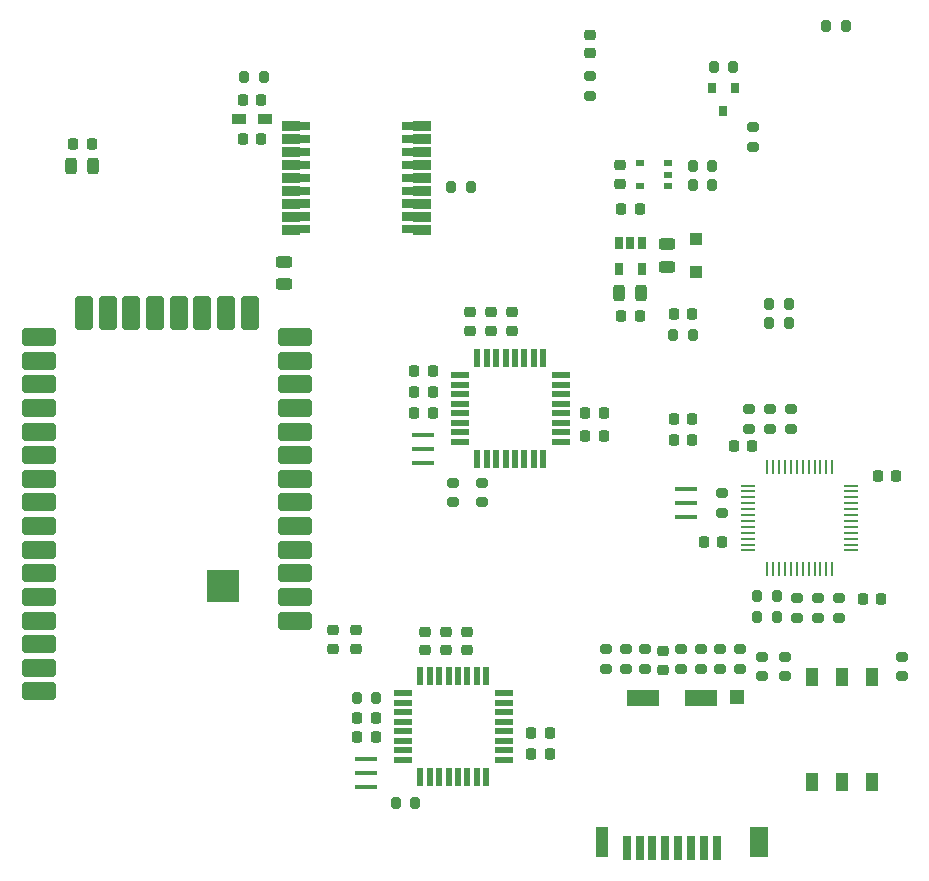
<source format=gbr>
G04 #@! TF.GenerationSoftware,KiCad,Pcbnew,(6.0.7)*
G04 #@! TF.CreationDate,2022-09-05T18:06:52-05:00*
G04 #@! TF.ProjectId,control_pcb,636f6e74-726f-46c5-9f70-63622e6b6963,3.1*
G04 #@! TF.SameCoordinates,Original*
G04 #@! TF.FileFunction,Paste,Top*
G04 #@! TF.FilePolarity,Positive*
%FSLAX46Y46*%
G04 Gerber Fmt 4.6, Leading zero omitted, Abs format (unit mm)*
G04 Created by KiCad (PCBNEW (6.0.7)) date 2022-09-05 18:06:52*
%MOMM*%
%LPD*%
G01*
G04 APERTURE LIST*
G04 Aperture macros list*
%AMRoundRect*
0 Rectangle with rounded corners*
0 $1 Rounding radius*
0 $2 $3 $4 $5 $6 $7 $8 $9 X,Y pos of 4 corners*
0 Add a 4 corners polygon primitive as box body*
4,1,4,$2,$3,$4,$5,$6,$7,$8,$9,$2,$3,0*
0 Add four circle primitives for the rounded corners*
1,1,$1+$1,$2,$3*
1,1,$1+$1,$4,$5*
1,1,$1+$1,$6,$7*
1,1,$1+$1,$8,$9*
0 Add four rect primitives between the rounded corners*
20,1,$1+$1,$2,$3,$4,$5,0*
20,1,$1+$1,$4,$5,$6,$7,0*
20,1,$1+$1,$6,$7,$8,$9,0*
20,1,$1+$1,$8,$9,$2,$3,0*%
G04 Aperture macros list end*
%ADD10C,0.000100*%
%ADD11R,0.250000X1.300000*%
%ADD12R,1.300000X0.250000*%
%ADD13R,0.700000X2.000000*%
%ADD14R,1.000000X2.600000*%
%ADD15R,1.500000X2.600000*%
%ADD16R,2.700000X1.400000*%
%ADD17R,1.200000X1.200000*%
%ADD18RoundRect,0.225000X0.250000X-0.225000X0.250000X0.225000X-0.250000X0.225000X-0.250000X-0.225000X0*%
%ADD19RoundRect,0.200000X0.275000X-0.200000X0.275000X0.200000X-0.275000X0.200000X-0.275000X-0.200000X0*%
%ADD20RoundRect,0.200000X-0.275000X0.200000X-0.275000X-0.200000X0.275000X-0.200000X0.275000X0.200000X0*%
%ADD21RoundRect,0.225000X0.225000X0.250000X-0.225000X0.250000X-0.225000X-0.250000X0.225000X-0.250000X0*%
%ADD22R,1.200000X0.900000*%
%ADD23R,0.800000X0.550000*%
%ADD24R,1.800000X0.700000*%
%ADD25R,1.800000X0.800000*%
%ADD26R,1.100000X1.500000*%
%ADD27R,0.800000X0.900000*%
%ADD28RoundRect,0.218750X0.218750X0.256250X-0.218750X0.256250X-0.218750X-0.256250X0.218750X-0.256250X0*%
%ADD29RoundRect,0.218750X-0.218750X-0.256250X0.218750X-0.256250X0.218750X0.256250X-0.218750X0.256250X0*%
%ADD30RoundRect,0.243750X-0.456250X0.243750X-0.456250X-0.243750X0.456250X-0.243750X0.456250X0.243750X0*%
%ADD31RoundRect,0.243750X0.243750X0.456250X-0.243750X0.456250X-0.243750X-0.456250X0.243750X-0.456250X0*%
%ADD32R,1.100000X1.100000*%
%ADD33RoundRect,0.200000X-0.200000X-0.275000X0.200000X-0.275000X0.200000X0.275000X-0.200000X0.275000X0*%
%ADD34RoundRect,0.218750X-0.256250X0.218750X-0.256250X-0.218750X0.256250X-0.218750X0.256250X0.218750X0*%
%ADD35R,1.600000X0.550000*%
%ADD36R,0.550000X1.600000*%
%ADD37R,0.650000X1.060000*%
%ADD38R,1.900000X0.400000*%
%ADD39RoundRect,0.225000X-0.225000X-0.250000X0.225000X-0.250000X0.225000X0.250000X-0.225000X0.250000X0*%
%ADD40RoundRect,0.225000X-0.250000X0.225000X-0.250000X-0.225000X0.250000X-0.225000X0.250000X0.225000X0*%
%ADD41RoundRect,0.200000X0.200000X0.275000X-0.200000X0.275000X-0.200000X-0.275000X0.200000X-0.275000X0*%
%ADD42RoundRect,0.152000X1.248000X0.608000X-1.248000X0.608000X-1.248000X-0.608000X1.248000X-0.608000X0*%
%ADD43RoundRect,0.152000X0.608000X1.248000X-0.608000X1.248000X-0.608000X-1.248000X0.608000X-1.248000X0*%
%ADD44RoundRect,0.279000X1.116000X1.116000X-1.116000X1.116000X-1.116000X-1.116000X1.116000X-1.116000X0*%
G04 APERTURE END LIST*
G36*
X98274000Y-108761000D02*
G01*
X99174000Y-108761000D01*
X99174000Y-109261000D01*
X98274000Y-109261000D01*
X98274000Y-109361000D01*
X96874000Y-109361000D01*
X96874000Y-108661000D01*
X98274000Y-108661000D01*
X98274000Y-108761000D01*
G37*
D10*
X98274000Y-108761000D02*
X99174000Y-108761000D01*
X99174000Y-109261000D01*
X98274000Y-109261000D01*
X98274000Y-109361000D01*
X96874000Y-109361000D01*
X96874000Y-108661000D01*
X98274000Y-108661000D01*
X98274000Y-108761000D01*
G36*
X98274000Y-109811000D02*
G01*
X99174000Y-109811000D01*
X99174000Y-110411000D01*
X98274000Y-110411000D01*
X98274000Y-110511000D01*
X96874000Y-110511000D01*
X96874000Y-109711000D01*
X98274000Y-109711000D01*
X98274000Y-109811000D01*
G37*
X98274000Y-109811000D02*
X99174000Y-109811000D01*
X99174000Y-110411000D01*
X98274000Y-110411000D01*
X98274000Y-110511000D01*
X96874000Y-110511000D01*
X96874000Y-109711000D01*
X98274000Y-109711000D01*
X98274000Y-109811000D01*
G36*
X98274000Y-110911000D02*
G01*
X99174000Y-110911000D01*
X99174000Y-111511000D01*
X98274000Y-111511000D01*
X98274000Y-111611000D01*
X96874000Y-111611000D01*
X96874000Y-110811000D01*
X98274000Y-110811000D01*
X98274000Y-110911000D01*
G37*
X98274000Y-110911000D02*
X99174000Y-110911000D01*
X99174000Y-111511000D01*
X98274000Y-111511000D01*
X98274000Y-111611000D01*
X96874000Y-111611000D01*
X96874000Y-110811000D01*
X98274000Y-110811000D01*
X98274000Y-110911000D01*
G36*
X98274000Y-112011000D02*
G01*
X99174000Y-112011000D01*
X99174000Y-112611000D01*
X98274000Y-112611000D01*
X98274000Y-112711000D01*
X96874000Y-112711000D01*
X96874000Y-111911000D01*
X98274000Y-111911000D01*
X98274000Y-112011000D01*
G37*
X98274000Y-112011000D02*
X99174000Y-112011000D01*
X99174000Y-112611000D01*
X98274000Y-112611000D01*
X98274000Y-112711000D01*
X96874000Y-112711000D01*
X96874000Y-111911000D01*
X98274000Y-111911000D01*
X98274000Y-112011000D01*
G36*
X98274000Y-113111000D02*
G01*
X99174000Y-113111000D01*
X99174000Y-113711000D01*
X98274000Y-113711000D01*
X98274000Y-113811000D01*
X96874000Y-113811000D01*
X96874000Y-113011000D01*
X98274000Y-113011000D01*
X98274000Y-113111000D01*
G37*
X98274000Y-113111000D02*
X99174000Y-113111000D01*
X99174000Y-113711000D01*
X98274000Y-113711000D01*
X98274000Y-113811000D01*
X96874000Y-113811000D01*
X96874000Y-113011000D01*
X98274000Y-113011000D01*
X98274000Y-113111000D01*
G36*
X98274000Y-114211000D02*
G01*
X99174000Y-114211000D01*
X99174000Y-114811000D01*
X98274000Y-114811000D01*
X98274000Y-114911000D01*
X96874000Y-114911000D01*
X96874000Y-114111000D01*
X98274000Y-114111000D01*
X98274000Y-114211000D01*
G37*
X98274000Y-114211000D02*
X99174000Y-114211000D01*
X99174000Y-114811000D01*
X98274000Y-114811000D01*
X98274000Y-114911000D01*
X96874000Y-114911000D01*
X96874000Y-114111000D01*
X98274000Y-114111000D01*
X98274000Y-114211000D01*
G36*
X98274000Y-115311000D02*
G01*
X99174000Y-115311000D01*
X99174000Y-115911000D01*
X98274000Y-115911000D01*
X98274000Y-116011000D01*
X96874000Y-116011000D01*
X96874000Y-115211000D01*
X98274000Y-115211000D01*
X98274000Y-115311000D01*
G37*
X98274000Y-115311000D02*
X99174000Y-115311000D01*
X99174000Y-115911000D01*
X98274000Y-115911000D01*
X98274000Y-116011000D01*
X96874000Y-116011000D01*
X96874000Y-115211000D01*
X98274000Y-115211000D01*
X98274000Y-115311000D01*
G36*
X98274000Y-116411000D02*
G01*
X99174000Y-116411000D01*
X99174000Y-117011000D01*
X98274000Y-117011000D01*
X98274000Y-117111000D01*
X96874000Y-117111000D01*
X96874000Y-116311000D01*
X98274000Y-116311000D01*
X98274000Y-116411000D01*
G37*
X98274000Y-116411000D02*
X99174000Y-116411000D01*
X99174000Y-117011000D01*
X98274000Y-117011000D01*
X98274000Y-117111000D01*
X96874000Y-117111000D01*
X96874000Y-116311000D01*
X98274000Y-116311000D01*
X98274000Y-116411000D01*
G36*
X98274000Y-117561000D02*
G01*
X99174000Y-117561000D01*
X99174000Y-118061000D01*
X98274000Y-118061000D01*
X98274000Y-118161000D01*
X96874000Y-118161000D01*
X96874000Y-117461000D01*
X98274000Y-117461000D01*
X98274000Y-117561000D01*
G37*
X98274000Y-117561000D02*
X99174000Y-117561000D01*
X99174000Y-118061000D01*
X98274000Y-118061000D01*
X98274000Y-118161000D01*
X96874000Y-118161000D01*
X96874000Y-117461000D01*
X98274000Y-117461000D01*
X98274000Y-117561000D01*
G36*
X109374000Y-118161000D02*
G01*
X107974000Y-118161000D01*
X107974000Y-118061000D01*
X107074000Y-118061000D01*
X107074000Y-117561000D01*
X107974000Y-117561000D01*
X107974000Y-117461000D01*
X109374000Y-117461000D01*
X109374000Y-118161000D01*
G37*
X109374000Y-118161000D02*
X107974000Y-118161000D01*
X107974000Y-118061000D01*
X107074000Y-118061000D01*
X107074000Y-117561000D01*
X107974000Y-117561000D01*
X107974000Y-117461000D01*
X109374000Y-117461000D01*
X109374000Y-118161000D01*
G36*
X109374000Y-117111000D02*
G01*
X107974000Y-117111000D01*
X107974000Y-117011000D01*
X107074000Y-117011000D01*
X107074000Y-116411000D01*
X107974000Y-116411000D01*
X107974000Y-116311000D01*
X109374000Y-116311000D01*
X109374000Y-117111000D01*
G37*
X109374000Y-117111000D02*
X107974000Y-117111000D01*
X107974000Y-117011000D01*
X107074000Y-117011000D01*
X107074000Y-116411000D01*
X107974000Y-116411000D01*
X107974000Y-116311000D01*
X109374000Y-116311000D01*
X109374000Y-117111000D01*
G36*
X109374000Y-116011000D02*
G01*
X107974000Y-116011000D01*
X107974000Y-115911000D01*
X107074000Y-115911000D01*
X107074000Y-115311000D01*
X107974000Y-115311000D01*
X107974000Y-115211000D01*
X109374000Y-115211000D01*
X109374000Y-116011000D01*
G37*
X109374000Y-116011000D02*
X107974000Y-116011000D01*
X107974000Y-115911000D01*
X107074000Y-115911000D01*
X107074000Y-115311000D01*
X107974000Y-115311000D01*
X107974000Y-115211000D01*
X109374000Y-115211000D01*
X109374000Y-116011000D01*
G36*
X109374000Y-114911000D02*
G01*
X107974000Y-114911000D01*
X107974000Y-114811000D01*
X107074000Y-114811000D01*
X107074000Y-114211000D01*
X107974000Y-114211000D01*
X107974000Y-114111000D01*
X109374000Y-114111000D01*
X109374000Y-114911000D01*
G37*
X109374000Y-114911000D02*
X107974000Y-114911000D01*
X107974000Y-114811000D01*
X107074000Y-114811000D01*
X107074000Y-114211000D01*
X107974000Y-114211000D01*
X107974000Y-114111000D01*
X109374000Y-114111000D01*
X109374000Y-114911000D01*
G36*
X109374000Y-113811000D02*
G01*
X107974000Y-113811000D01*
X107974000Y-113711000D01*
X107074000Y-113711000D01*
X107074000Y-113111000D01*
X107974000Y-113111000D01*
X107974000Y-113011000D01*
X109374000Y-113011000D01*
X109374000Y-113811000D01*
G37*
X109374000Y-113811000D02*
X107974000Y-113811000D01*
X107974000Y-113711000D01*
X107074000Y-113711000D01*
X107074000Y-113111000D01*
X107974000Y-113111000D01*
X107974000Y-113011000D01*
X109374000Y-113011000D01*
X109374000Y-113811000D01*
G36*
X109374000Y-112711000D02*
G01*
X107974000Y-112711000D01*
X107974000Y-112611000D01*
X107074000Y-112611000D01*
X107074000Y-112011000D01*
X107974000Y-112011000D01*
X107974000Y-111911000D01*
X109374000Y-111911000D01*
X109374000Y-112711000D01*
G37*
X109374000Y-112711000D02*
X107974000Y-112711000D01*
X107974000Y-112611000D01*
X107074000Y-112611000D01*
X107074000Y-112011000D01*
X107974000Y-112011000D01*
X107974000Y-111911000D01*
X109374000Y-111911000D01*
X109374000Y-112711000D01*
G36*
X109374000Y-111611000D02*
G01*
X107974000Y-111611000D01*
X107974000Y-111511000D01*
X107074000Y-111511000D01*
X107074000Y-110911000D01*
X107974000Y-110911000D01*
X107974000Y-110811000D01*
X109374000Y-110811000D01*
X109374000Y-111611000D01*
G37*
X109374000Y-111611000D02*
X107974000Y-111611000D01*
X107974000Y-111511000D01*
X107074000Y-111511000D01*
X107074000Y-110911000D01*
X107974000Y-110911000D01*
X107974000Y-110811000D01*
X109374000Y-110811000D01*
X109374000Y-111611000D01*
G36*
X109374000Y-110511000D02*
G01*
X107974000Y-110511000D01*
X107974000Y-110411000D01*
X107074000Y-110411000D01*
X107074000Y-109811000D01*
X107974000Y-109811000D01*
X107974000Y-109711000D01*
X109374000Y-109711000D01*
X109374000Y-110511000D01*
G37*
X109374000Y-110511000D02*
X107974000Y-110511000D01*
X107974000Y-110411000D01*
X107074000Y-110411000D01*
X107074000Y-109811000D01*
X107974000Y-109811000D01*
X107974000Y-109711000D01*
X109374000Y-109711000D01*
X109374000Y-110511000D01*
G36*
X109374000Y-109361000D02*
G01*
X107974000Y-109361000D01*
X107974000Y-109261000D01*
X107074000Y-109261000D01*
X107074000Y-108761000D01*
X107974000Y-108761000D01*
X107974000Y-108661000D01*
X109374000Y-108661000D01*
X109374000Y-109361000D01*
G37*
X109374000Y-109361000D02*
X107974000Y-109361000D01*
X107974000Y-109261000D01*
X107074000Y-109261000D01*
X107074000Y-108761000D01*
X107974000Y-108761000D01*
X107974000Y-108661000D01*
X109374000Y-108661000D01*
X109374000Y-109361000D01*
D11*
X137966000Y-137890000D03*
X138466000Y-137890000D03*
X138966000Y-137890000D03*
X139466000Y-137890000D03*
X139966000Y-137890000D03*
X140466000Y-137890000D03*
X140966000Y-137890000D03*
X141466000Y-137890000D03*
X141966000Y-137890000D03*
X142466000Y-137890000D03*
X142966000Y-137890000D03*
X143466000Y-137890000D03*
D12*
X145066000Y-139490000D03*
X145066000Y-139990000D03*
X145066000Y-140490000D03*
X145066000Y-140990000D03*
X145066000Y-141490000D03*
X145066000Y-141990000D03*
X145066000Y-142490000D03*
X145066000Y-142990000D03*
X145066000Y-143490000D03*
X145066000Y-143990000D03*
X145066000Y-144490000D03*
X145066000Y-144990000D03*
D11*
X143466000Y-146590000D03*
X142966000Y-146590000D03*
X142466000Y-146590000D03*
X141966000Y-146590000D03*
X141466000Y-146590000D03*
X140966000Y-146590000D03*
X140466000Y-146590000D03*
X139966000Y-146590000D03*
X139466000Y-146590000D03*
X138966000Y-146590000D03*
X138466000Y-146590000D03*
X137966000Y-146590000D03*
D12*
X136366000Y-144990000D03*
X136366000Y-144490000D03*
X136366000Y-143990000D03*
X136366000Y-143490000D03*
X136366000Y-142990000D03*
X136366000Y-142490000D03*
X136366000Y-141990000D03*
X136366000Y-141490000D03*
X136366000Y-140990000D03*
X136366000Y-140490000D03*
X136366000Y-139990000D03*
X136366000Y-139490000D03*
D13*
X126042001Y-170195001D03*
X127142001Y-170195001D03*
X128242001Y-170195001D03*
X129342001Y-170195001D03*
X130442001Y-170195001D03*
X131542001Y-170195001D03*
X132642001Y-170195001D03*
X133742001Y-170195001D03*
D14*
X123942001Y-169695001D03*
D15*
X137292001Y-169695001D03*
D16*
X132342001Y-157495001D03*
X127442001Y-157495001D03*
D17*
X135392001Y-157395001D03*
D18*
X129159000Y-155080000D03*
X129159000Y-153530000D03*
D19*
X124333000Y-153353000D03*
X124333000Y-155003000D03*
X127635000Y-153353000D03*
X127635000Y-155003000D03*
X130683000Y-153353000D03*
X130683000Y-155003000D03*
X132334000Y-155003000D03*
X132334000Y-153353000D03*
X125984000Y-155003000D03*
X125984000Y-153353000D03*
X133985000Y-155003000D03*
X133985000Y-153353000D03*
D20*
X134112000Y-140145000D03*
X134112000Y-141795000D03*
D21*
X130035000Y-124968000D03*
X131585000Y-124968000D03*
X148857000Y-138684000D03*
X147307000Y-138684000D03*
D20*
X137541000Y-153988000D03*
X137541000Y-155638000D03*
D22*
X95461000Y-108458000D03*
X93261000Y-108458000D03*
D23*
X129550000Y-114114001D03*
X129550000Y-113164001D03*
X129550000Y-112214001D03*
X127150000Y-112214001D03*
X127150000Y-114114001D03*
D24*
X107874000Y-117811000D03*
D25*
X107874000Y-116711000D03*
X107874000Y-115611000D03*
X107874000Y-114511000D03*
X107874000Y-113411000D03*
X107874000Y-112311000D03*
X107874000Y-111211000D03*
X107874000Y-110111000D03*
D24*
X107874000Y-109011000D03*
X98374000Y-109011000D03*
D25*
X98374000Y-110111000D03*
X98374000Y-111211000D03*
X98374000Y-112311000D03*
X98374000Y-113411000D03*
X98374000Y-114511000D03*
X98374000Y-115611000D03*
X98374000Y-116711000D03*
D24*
X98374000Y-117811000D03*
D26*
X141732000Y-164597000D03*
X144272000Y-164597000D03*
X146812000Y-164597000D03*
X146812000Y-155697000D03*
X144272000Y-155697000D03*
X141732000Y-155697000D03*
D27*
X134239000Y-107807000D03*
X133289000Y-105807000D03*
X135189000Y-105807000D03*
D28*
X108051500Y-133350000D03*
X109626500Y-133350000D03*
D29*
X122529500Y-135255000D03*
X124104500Y-135255000D03*
D28*
X108051500Y-131572000D03*
X109626500Y-131572000D03*
D29*
X124104500Y-133350000D03*
X122529500Y-133350000D03*
D28*
X104800500Y-159131000D03*
X103225500Y-159131000D03*
D29*
X119532500Y-162179000D03*
X117957500Y-162179000D03*
D28*
X104800500Y-160782000D03*
X103225500Y-160782000D03*
D29*
X117957500Y-160401000D03*
X119532500Y-160401000D03*
D30*
X129463800Y-119077500D03*
X129463800Y-120952500D03*
D31*
X125427500Y-123190000D03*
X127302500Y-123190000D03*
D28*
X127152500Y-125095000D03*
X125577500Y-125095000D03*
D32*
X131927600Y-118615000D03*
X131927600Y-121415000D03*
D33*
X138747000Y-148844000D03*
X137097000Y-148844000D03*
X137097000Y-150622000D03*
X138747000Y-150622000D03*
D28*
X131597500Y-133858000D03*
X130022500Y-133858000D03*
X131597500Y-135636000D03*
X130022500Y-135636000D03*
D33*
X142939000Y-100584000D03*
X144589000Y-100584000D03*
D34*
X116332000Y-124815500D03*
X116332000Y-126390500D03*
X114554000Y-126390500D03*
X114554000Y-124815500D03*
X112776000Y-124815500D03*
X112776000Y-126390500D03*
D29*
X109626500Y-129794000D03*
X108051500Y-129794000D03*
D19*
X111379000Y-139256000D03*
X111379000Y-140906000D03*
X113792000Y-140906000D03*
X113792000Y-139256000D03*
D34*
X112522000Y-153441500D03*
X112522000Y-151866500D03*
X110744000Y-151866500D03*
X110744000Y-153441500D03*
X108966000Y-153441500D03*
X108966000Y-151866500D03*
D33*
X104838000Y-157480000D03*
X103188000Y-157480000D03*
X106490000Y-166370000D03*
X108140000Y-166370000D03*
D28*
X127152500Y-116078000D03*
X125577500Y-116078000D03*
D35*
X111955000Y-130169000D03*
X111955000Y-130969000D03*
X111955000Y-131769000D03*
X111955000Y-132569000D03*
X111955000Y-133369000D03*
X111955000Y-134169000D03*
X111955000Y-134969000D03*
X111955000Y-135769000D03*
D36*
X113405000Y-137219000D03*
X114205000Y-137219000D03*
X115005000Y-137219000D03*
X115805000Y-137219000D03*
X116605000Y-137219000D03*
X117405000Y-137219000D03*
X118205000Y-137219000D03*
X119005000Y-137219000D03*
D35*
X120455000Y-135769000D03*
X120455000Y-134969000D03*
X120455000Y-134169000D03*
X120455000Y-133369000D03*
X120455000Y-132569000D03*
X120455000Y-131769000D03*
X120455000Y-130969000D03*
X120455000Y-130169000D03*
D36*
X119005000Y-128719000D03*
X118205000Y-128719000D03*
X117405000Y-128719000D03*
X116605000Y-128719000D03*
X115805000Y-128719000D03*
X115005000Y-128719000D03*
X114205000Y-128719000D03*
X113405000Y-128719000D03*
X108579000Y-155643000D03*
X109379000Y-155643000D03*
X110179000Y-155643000D03*
X110979000Y-155643000D03*
X111779000Y-155643000D03*
X112579000Y-155643000D03*
X113379000Y-155643000D03*
X114179000Y-155643000D03*
D35*
X115629000Y-157093000D03*
X115629000Y-157893000D03*
X115629000Y-158693000D03*
X115629000Y-159493000D03*
X115629000Y-160293000D03*
X115629000Y-161093000D03*
X115629000Y-161893000D03*
X115629000Y-162693000D03*
D36*
X114179000Y-164143000D03*
X113379000Y-164143000D03*
X112579000Y-164143000D03*
X111779000Y-164143000D03*
X110979000Y-164143000D03*
X110179000Y-164143000D03*
X109379000Y-164143000D03*
X108579000Y-164143000D03*
D35*
X107129000Y-162693000D03*
X107129000Y-161893000D03*
X107129000Y-161093000D03*
X107129000Y-160293000D03*
X107129000Y-159493000D03*
X107129000Y-158693000D03*
X107129000Y-157893000D03*
X107129000Y-157093000D03*
D37*
X127315000Y-118915000D03*
X126365000Y-118915000D03*
X125415000Y-118915000D03*
X125415000Y-121115000D03*
X127315000Y-121115000D03*
D38*
X131064000Y-139770000D03*
X131064000Y-140970000D03*
X131064000Y-142170000D03*
X108839000Y-135198000D03*
X108839000Y-136398000D03*
X108839000Y-137598000D03*
X104013000Y-165030000D03*
X104013000Y-163830000D03*
X104013000Y-162630000D03*
D39*
X136665000Y-136144000D03*
X135115000Y-136144000D03*
D21*
X146037000Y-149098000D03*
X147587000Y-149098000D03*
D39*
X132575000Y-144272000D03*
X134125000Y-144272000D03*
D40*
X103124000Y-153302000D03*
X103124000Y-151752000D03*
X101219000Y-151752000D03*
X101219000Y-153302000D03*
X122936000Y-102883000D03*
X122936000Y-101333000D03*
D18*
X125476000Y-112382000D03*
X125476000Y-113932000D03*
D39*
X93586000Y-110109000D03*
X95136000Y-110109000D03*
X93586000Y-106807000D03*
X95136000Y-106807000D03*
D33*
X131635000Y-126746000D03*
X129985000Y-126746000D03*
D41*
X139763000Y-124079000D03*
X138113000Y-124079000D03*
D33*
X139779001Y-125734001D03*
X138129001Y-125734001D03*
D20*
X138176000Y-133033000D03*
X138176000Y-134683000D03*
D19*
X144018000Y-149035000D03*
X144018000Y-150685000D03*
D20*
X139954000Y-134683000D03*
X139954000Y-133033000D03*
D19*
X142240000Y-150685000D03*
X142240000Y-149035000D03*
X136398000Y-133033000D03*
X136398000Y-134683000D03*
D20*
X140462000Y-149035000D03*
X140462000Y-150685000D03*
X149352000Y-155638000D03*
X149352000Y-153988000D03*
X139446000Y-153988000D03*
X139446000Y-155638000D03*
D19*
X135636000Y-155003000D03*
X135636000Y-153353000D03*
X122936000Y-106489000D03*
X122936000Y-104839000D03*
X136779000Y-109157000D03*
X136779000Y-110807000D03*
D41*
X135064000Y-104013000D03*
X133414000Y-104013000D03*
X133286000Y-114046000D03*
X131636000Y-114046000D03*
X131636000Y-112395000D03*
X133286000Y-112395000D03*
D33*
X95313000Y-104902000D03*
X93663000Y-104902000D03*
X112839000Y-114173000D03*
X111189000Y-114173000D03*
D42*
X97972000Y-150922000D03*
X97972000Y-148922000D03*
X97972000Y-146922000D03*
X97972000Y-144922000D03*
X97972000Y-142922000D03*
X97972000Y-140922000D03*
X97972000Y-138922000D03*
X97972000Y-136922000D03*
X97972000Y-134922000D03*
X97972000Y-132922000D03*
X97972000Y-130922000D03*
X97972000Y-128922000D03*
X97972000Y-126922000D03*
X76272000Y-126922000D03*
X76272000Y-128922000D03*
X76272000Y-130922000D03*
X76272000Y-132922000D03*
X76272000Y-134922000D03*
X76272000Y-136922000D03*
X76272000Y-138922000D03*
X76272000Y-140922000D03*
X76272000Y-142922000D03*
X76272000Y-144922000D03*
X76272000Y-146922000D03*
X76272000Y-148922000D03*
X76272000Y-150922000D03*
X76272000Y-152922000D03*
X76272000Y-154922000D03*
X76272000Y-156922000D03*
D43*
X94122000Y-124842000D03*
X92122000Y-124842000D03*
X90122000Y-124842000D03*
X88122000Y-124842000D03*
X86122000Y-124842000D03*
X84122000Y-124842000D03*
X82122000Y-124842000D03*
X80122000Y-124842000D03*
D44*
X91877000Y-147957000D03*
D30*
X97028000Y-120576100D03*
X97028000Y-122451100D03*
D31*
X79021700Y-112420400D03*
X80896700Y-112420400D03*
D28*
X80746700Y-110540800D03*
X79171700Y-110540800D03*
M02*

</source>
